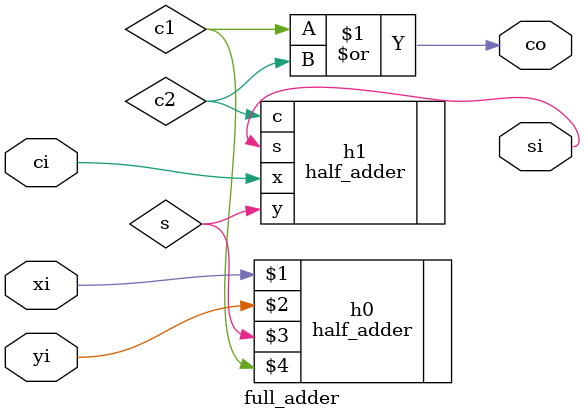
<source format=v>
module full_adder (
input ci,xi,yi,
output si ,co
);
wire c1,c2,s;
half_adder h0(xi,yi,s,c1);
half_adder h1(
.x(ci),
.y(s),
.s(si),
.c(c2)
);
assign co =c1 |c2;




endmodule
</source>
